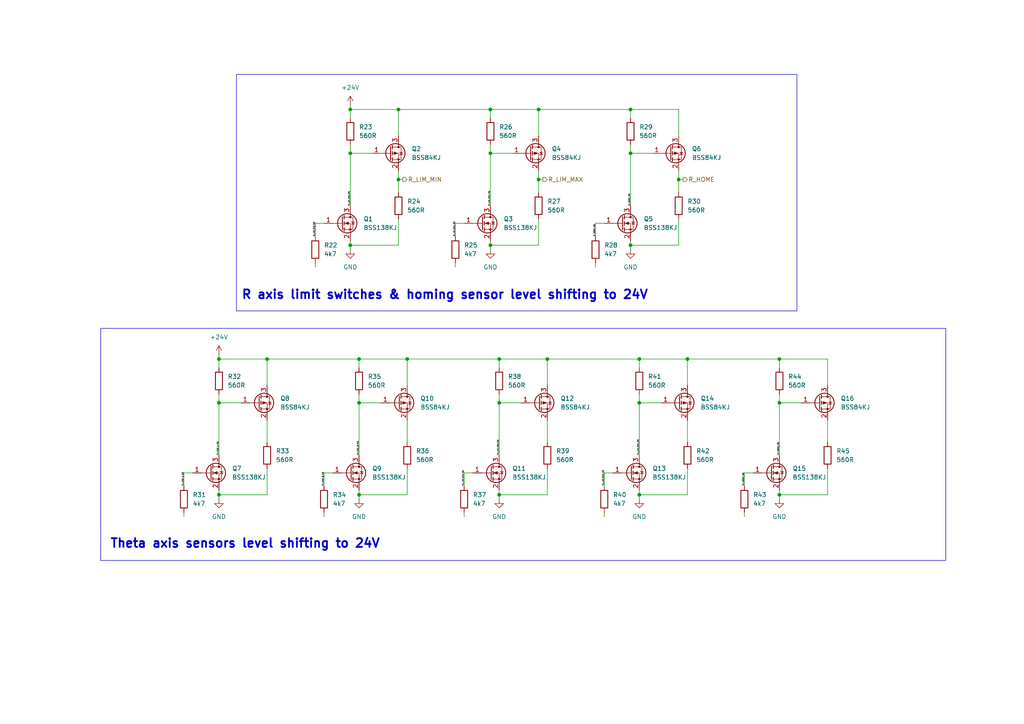
<source format=kicad_sch>
(kicad_sch (version 20231120) (generator "eeschema") (generator_version "8.0")
  (paper "A4")
  (title_block (title "Karcsi (INDACT Robot Arm) - Aux. Control Board 3") (date "2024-05-09") (rev "1.0") (company "LEGO Kör (legokor.hu)") (comment 1 "Designed by Panka Horváth, Gergely Halász, Máté Kovács") (comment 2 "Reviewed by Máté Kovács, "))
  (lib_symbols
    (symbol "Device:R" (pin_numbers hide) (pin_names (offset 0))
      (property "Reference" "R" (at 2.032 0 90))
      (property "Value" "R" (at 0 0 90))
      (symbol "R_0_1"
        (rectangle (start -1.016 -2.54) (end 1.016 2.54) (stroke (width 0.254)))
      )
      (symbol "R_1_1"
        (pin passive line (at 0 3.81 270) (length 1.27) (name "~") (number "1"))
        (pin passive line (at 0 -3.81 90) (length 1.27) (name "~") (number "2"))
      )
    )
    (symbol "Transistor_FET:BSS138" (pin_names hide)
      (property "Reference" "Q" (at 5.08 1.905 0))
      (property "Value" "BSS138" (at 5.08 0 0))
      (symbol "BSS138_0_1"
        (polyline (pts (xy 0.254 0) (xy -2.54 0)))
        (polyline (pts (xy 0.254 1.905) (xy 0.254 -1.905)) (stroke (width 0.254)))
        (polyline (pts (xy 0.762 -1.27) (xy 0.762 -2.286)) (stroke (width 0.254)))
        (polyline (pts (xy 0.762 0.508) (xy 0.762 -0.508)) (stroke (width 0.254)))
        (polyline (pts (xy 0.762 2.286) (xy 0.762 1.27)) (stroke (width 0.254)))
        (polyline (pts (xy 2.54 2.54) (xy 2.54 1.778)))
        (polyline (pts (xy 2.54 -2.54) (xy 2.54 0) (xy 0.762 0)))
        (polyline (pts (xy 0.762 -1.778) (xy 3.302 -1.778) (xy 3.302 1.778) (xy 0.762 1.778)))
        (polyline (pts (xy 1.016 0) (xy 2.032 0.381) (xy 2.032 -0.381) (xy 1.016 0)) (fill (type outline)))
        (polyline (pts (xy 2.794 0.508) (xy 2.921 0.381) (xy 3.683 0.381) (xy 3.81 0.254)))
        (polyline (pts (xy 3.302 0.381) (xy 2.921 -0.254) (xy 3.683 -0.254) (xy 3.302 0.381)))
        (circle (center 1.651 0) (radius 2.794) (stroke (width 0.254)))
        (circle (center 2.54 -1.778) (radius 0.254) (fill (type outline)))
        (circle (center 2.54 1.778) (radius 0.254) (fill (type outline)))
      )
      (symbol "BSS138_1_1"
        (pin input line (at -5.08 0 0) (length 2.54) (name "G") (number "1"))
        (pin passive line (at 2.54 -5.08 90) (length 2.54) (name "S") (number "2"))
        (pin passive line (at 2.54 5.08 270) (length 2.54) (name "D") (number "3"))
      )
    )
    (symbol "Transistor_FET:BSS84" (pin_names hide)
      (property "Reference" "Q" (at 5.08 1.905 0))
      (property "Value" "BSS84" (at 5.08 0 0))
      (symbol "BSS84_0_1"
        (polyline (pts (xy 0.254 0) (xy -2.54 0)))
        (polyline (pts (xy 0.254 1.905) (xy 0.254 -1.905)) (stroke (width 0.254)))
        (polyline (pts (xy 0.762 -1.27) (xy 0.762 -2.286)) (stroke (width 0.254)))
        (polyline (pts (xy 0.762 0.508) (xy 0.762 -0.508)) (stroke (width 0.254)))
        (polyline (pts (xy 0.762 2.286) (xy 0.762 1.27)) (stroke (width 0.254)))
        (polyline (pts (xy 2.54 2.54) (xy 2.54 1.778)))
        (polyline (pts (xy 2.54 -2.54) (xy 2.54 0) (xy 0.762 0)))
        (polyline (pts (xy 0.762 1.778) (xy 3.302 1.778) (xy 3.302 -1.778) (xy 0.762 -1.778)))
        (polyline (pts (xy 2.286 0) (xy 1.27 0.381) (xy 1.27 -0.381) (xy 2.286 0)) (fill (type outline)))
        (polyline (pts (xy 2.794 -0.508) (xy 2.921 -0.381) (xy 3.683 -0.381) (xy 3.81 -0.254)))
        (polyline (pts (xy 3.302 -0.381) (xy 2.921 0.254) (xy 3.683 0.254) (xy 3.302 -0.381)))
        (circle (center 1.651 0) (radius 2.794) (stroke (width 0.254)))
        (circle (center 2.54 -1.778) (radius 0.254) (fill (type outline)))
        (circle (center 2.54 1.778) (radius 0.254) (fill (type outline)))
      )
      (symbol "BSS84_1_1"
        (pin input line (at -5.08 0 0) (length 2.54) (name "G") (number "1"))
        (pin passive line (at 2.54 -5.08 90) (length 2.54) (name "S") (number "2"))
        (pin passive line (at 2.54 5.08 270) (length 2.54) (name "D") (number "3"))
      )
    )
    (symbol "power:+24V" (power) (pin_numbers hide) (pin_names (offset 0) hide)
      (property "Value" "+24V" (at 0 3.556 0))
      (symbol "+24V_0_1"
        (polyline (pts (xy -0.762 1.27) (xy 0 2.54)))
        (polyline (pts (xy 0 0) (xy 0 2.54)))
        (polyline (pts (xy 0 2.54) (xy 0.762 1.27)))
      )
      (symbol "+24V_1_1"
        (pin power_in line (at 0 0 90) (length 0) (name "~") (number "1"))
      )
    )
    (symbol "power:GND" (power) (pin_numbers hide) (pin_names (offset 0) hide)
      (property "Value" "GND" (at 0 -3.81 0))
      (symbol "GND_0_1"
        (polyline (pts (xy 0 0) (xy 0 -1.27) (xy 1.27 -1.27) (xy 0 -2.54) (xy -1.27 -1.27) (xy 0 -1.27)))
      )
      (symbol "GND_1_1"
        (pin power_in line (at 0 0 270) (length 0) (name "~") (number "1"))
      )
    )
  )
  (junction (at 104.14 104.14))
  (junction (at 115.57 31.75))
  (junction (at 144.78 116.84))
  (junction (at 185.42 116.84))
  (junction (at 142.24 44.45))
  (junction (at 104.14 143.51))
  (junction (at 185.42 143.51))
  (junction (at 104.14 116.84))
  (junction (at 101.6 44.45))
  (junction (at 196.85 52.07))
  (junction (at 63.5 104.14))
  (junction (at 182.88 31.75))
  (junction (at 226.06 116.84))
  (junction (at 77.47 104.14))
  (junction (at 144.78 104.14))
  (junction (at 156.21 52.07))
  (junction (at 115.57 52.07))
  (junction (at 185.42 104.14))
  (junction (at 182.88 44.45))
  (junction (at 63.5 116.84))
  (junction (at 156.21 31.75))
  (junction (at 144.78 143.51))
  (junction (at 226.06 143.51))
  (junction (at 101.6 31.75))
  (junction (at 142.24 31.75))
  (junction (at 101.6 71.12))
  (junction (at 199.39 104.14))
  (junction (at 142.24 71.12))
  (junction (at 182.88 71.12))
  (junction (at 63.5 143.51))
  (junction (at 226.06 104.14))
  (junction (at 118.11 104.14))
  (junction (at 158.75 104.14))
  (wire (pts (xy 240.03 143.51) (xy 226.06 143.51)))
  (wire (pts (xy 77.47 104.14) (xy 77.47 111.76)))
  (wire (pts (xy 118.11 104.14) (xy 118.11 111.76)))
  (wire (pts (xy 156.21 31.75) (xy 156.21 39.37)))
  (wire (pts (xy 104.14 143.51) (xy 104.14 144.78)))
  (wire (pts (xy 101.6 31.75) (xy 101.6 34.29)))
  (wire (pts (xy 101.6 41.91) (xy 101.6 44.45)))
  (wire (pts (xy 115.57 52.07) (xy 116.84 52.07)))
  (wire (pts (xy 199.39 104.14) (xy 199.39 111.76)))
  (wire (pts (xy 144.78 116.84) (xy 151.13 116.84)))
  (wire (pts (xy 226.06 116.84) (xy 226.06 132.08)))
  (wire (pts (xy 215.9 137.16) (xy 218.44 137.16)))
  (wire (pts (xy 240.03 104.14) (xy 240.03 111.76)))
  (wire (pts (xy 156.21 49.53) (xy 156.21 52.07)))
  (wire (pts (xy 77.47 135.89) (xy 77.47 143.51)))
  (wire (pts (xy 63.5 143.51) (xy 63.5 144.78)))
  (wire (pts (xy 182.88 71.12) (xy 182.88 72.39)))
  (wire (pts (xy 134.62 137.16) (xy 134.62 140.97)))
  (wire (pts (xy 182.88 41.91) (xy 182.88 44.45)))
  (wire (pts (xy 226.06 104.14) (xy 226.06 106.68)))
  (wire (pts (xy 158.75 135.89) (xy 158.75 143.51)))
  (wire (pts (xy 172.72 76.2) (xy 172.72 77.47)))
  (wire (pts (xy 93.98 148.59) (xy 93.98 149.86)))
  (wire (pts (xy 215.9 137.16) (xy 215.9 140.97)))
  (wire (pts (xy 142.24 71.12) (xy 142.24 72.39)))
  (wire (pts (xy 118.11 143.51) (xy 104.14 143.51)))
  (wire (pts (xy 115.57 31.75) (xy 115.57 39.37)))
  (wire (pts (xy 226.06 104.14) (xy 240.03 104.14)))
  (wire (pts (xy 172.72 64.77) (xy 172.72 68.58)))
  (wire (pts (xy 144.78 104.14) (xy 144.78 106.68)))
  (wire (pts (xy 175.26 137.16) (xy 175.26 140.97)))
  (wire (pts (xy 63.5 102.87) (xy 63.5 104.14)))
  (wire (pts (xy 104.14 142.24) (xy 104.14 143.51)))
  (wire (pts (xy 115.57 52.07) (xy 115.57 55.88)))
  (wire (pts (xy 118.11 135.89) (xy 118.11 143.51)))
  (wire (pts (xy 185.42 142.24) (xy 185.42 143.51)))
  (wire (pts (xy 185.42 116.84) (xy 191.77 116.84)))
  (wire (pts (xy 199.39 104.14) (xy 226.06 104.14)))
  (wire (pts (xy 196.85 71.12) (xy 182.88 71.12)))
  (wire (pts (xy 91.44 76.2) (xy 91.44 77.47)))
  (wire (pts (xy 185.42 104.14) (xy 199.39 104.14)))
  (wire (pts (xy 175.26 148.59) (xy 175.26 149.86)))
  (wire (pts (xy 132.08 64.77) (xy 132.08 68.58)))
  (wire (pts (xy 63.5 104.14) (xy 77.47 104.14)))
  (wire (pts (xy 118.11 104.14) (xy 144.78 104.14)))
  (wire (pts (xy 144.78 114.3) (xy 144.78 116.84)))
  (wire (pts (xy 53.34 148.59) (xy 53.34 149.86)))
  (wire (pts (xy 226.06 143.51) (xy 226.06 144.78)))
  (wire (pts (xy 91.44 64.77) (xy 91.44 68.58)))
  (wire (pts (xy 196.85 63.5) (xy 196.85 71.12)))
  (wire (pts (xy 142.24 44.45) (xy 148.59 44.45)))
  (wire (pts (xy 53.34 137.16) (xy 55.88 137.16)))
  (wire (pts (xy 199.39 143.51) (xy 185.42 143.51)))
  (wire (pts (xy 185.42 104.14) (xy 185.42 106.68)))
  (wire (pts (xy 185.42 114.3) (xy 185.42 116.84)))
  (wire (pts (xy 196.85 52.07) (xy 198.12 52.07)))
  (wire (pts (xy 172.72 64.77) (xy 175.26 64.77)))
  (wire (pts (xy 156.21 52.07) (xy 157.48 52.07)))
  (wire (pts (xy 142.24 41.91) (xy 142.24 44.45)))
  (wire (pts (xy 104.14 104.14) (xy 104.14 106.68)))
  (wire (pts (xy 93.98 137.16) (xy 93.98 140.97)))
  (wire (pts (xy 101.6 31.75) (xy 115.57 31.75)))
  (wire (pts (xy 156.21 71.12) (xy 142.24 71.12)))
  (wire (pts (xy 63.5 114.3) (xy 63.5 116.84)))
  (wire (pts (xy 134.62 137.16) (xy 137.16 137.16)))
  (wire (pts (xy 182.88 44.45) (xy 182.88 59.69)))
  (wire (pts (xy 134.62 148.59) (xy 134.62 149.86)))
  (wire (pts (xy 77.47 104.14) (xy 104.14 104.14)))
  (wire (pts (xy 77.47 143.51) (xy 63.5 143.51)))
  (wire (pts (xy 63.5 116.84) (xy 63.5 132.08)))
  (wire (pts (xy 101.6 44.45) (xy 101.6 59.69)))
  (wire (pts (xy 104.14 116.84) (xy 110.49 116.84)))
  (wire (pts (xy 101.6 44.45) (xy 107.95 44.45)))
  (wire (pts (xy 158.75 104.14) (xy 158.75 111.76)))
  (wire (pts (xy 142.24 31.75) (xy 142.24 34.29)))
  (wire (pts (xy 142.24 44.45) (xy 142.24 59.69)))
  (wire (pts (xy 132.08 76.2) (xy 132.08 77.47)))
  (wire (pts (xy 175.26 137.16) (xy 177.8 137.16)))
  (wire (pts (xy 63.5 116.84) (xy 69.85 116.84)))
  (wire (pts (xy 182.88 44.45) (xy 189.23 44.45)))
  (wire (pts (xy 144.78 104.14) (xy 158.75 104.14)))
  (wire (pts (xy 226.06 116.84) (xy 232.41 116.84)))
  (wire (pts (xy 158.75 143.51) (xy 144.78 143.51)))
  (wire (pts (xy 91.44 64.77) (xy 93.98 64.77)))
  (wire (pts (xy 53.34 137.16) (xy 53.34 140.97)))
  (wire (pts (xy 63.5 104.14) (xy 63.5 106.68)))
  (wire (pts (xy 196.85 49.53) (xy 196.85 52.07)))
  (wire (pts (xy 118.11 121.92) (xy 118.11 128.27)))
  (wire (pts (xy 185.42 116.84) (xy 185.42 132.08)))
  (wire (pts (xy 144.78 116.84) (xy 144.78 132.08)))
  (wire (pts (xy 104.14 116.84) (xy 104.14 132.08)))
  (wire (pts (xy 115.57 71.12) (xy 101.6 71.12)))
  (wire (pts (xy 142.24 31.75) (xy 156.21 31.75)))
  (wire (pts (xy 142.24 69.85) (xy 142.24 71.12)))
  (wire (pts (xy 199.39 135.89) (xy 199.39 143.51)))
  (wire (pts (xy 115.57 63.5) (xy 115.57 71.12)))
  (wire (pts (xy 226.06 114.3) (xy 226.06 116.84)))
  (wire (pts (xy 104.14 104.14) (xy 118.11 104.14)))
  (wire (pts (xy 101.6 69.85) (xy 101.6 71.12)))
  (wire (pts (xy 158.75 121.92) (xy 158.75 128.27)))
  (wire (pts (xy 144.78 143.51) (xy 144.78 144.78)))
  (wire (pts (xy 156.21 31.75) (xy 182.88 31.75)))
  (wire (pts (xy 240.03 135.89) (xy 240.03 143.51)))
  (wire (pts (xy 199.39 121.92) (xy 199.39 128.27)))
  (wire (pts (xy 93.98 137.16) (xy 96.52 137.16)))
  (wire (pts (xy 185.42 143.51) (xy 185.42 144.78)))
  (wire (pts (xy 63.5 142.24) (xy 63.5 143.51)))
  (wire (pts (xy 182.88 69.85) (xy 182.88 71.12)))
  (wire (pts (xy 77.47 121.92) (xy 77.47 128.27)))
  (wire (pts (xy 196.85 31.75) (xy 196.85 39.37)))
  (wire (pts (xy 196.85 52.07) (xy 196.85 55.88)))
  (wire (pts (xy 115.57 49.53) (xy 115.57 52.07)))
  (wire (pts (xy 182.88 31.75) (xy 182.88 34.29)))
  (wire (pts (xy 226.06 142.24) (xy 226.06 143.51)))
  (wire (pts (xy 144.78 142.24) (xy 144.78 143.51)))
  (wire (pts (xy 240.03 121.92) (xy 240.03 128.27)))
  (wire (pts (xy 132.08 64.77) (xy 134.62 64.77)))
  (wire (pts (xy 156.21 52.07) (xy 156.21 55.88)))
  (wire (pts (xy 104.14 114.3) (xy 104.14 116.84)))
  (wire (pts (xy 101.6 71.12) (xy 101.6 72.39)))
  (wire (pts (xy 101.6 30.48) (xy 101.6 31.75)))
  (wire (pts (xy 215.9 148.59) (xy 215.9 149.86)))
  (wire (pts (xy 158.75 104.14) (xy 185.42 104.14)))
  (wire (pts (xy 115.57 31.75) (xy 142.24 31.75)))
  (wire (pts (xy 182.88 31.75) (xy 196.85 31.75)))
  (wire (pts (xy 156.21 63.5) (xy 156.21 71.12)))
  (rectangle (start 68.58 21.59) (end 231.14 90.17))
  (rectangle (start 29.21 95.25) (end 274.32 162.56))
  (text "R axis limit switches & homing sensor level shifting to 24V" (at 129.032 85.598 0) (effects (font (size 2.54 2.54) (thickness 0.508) (bold yes))))
  (text "Theta axis sensors level shifting to 24V" (at 71.12 157.734 0) (effects (font (size 2.54 2.54) (thickness 0.508) (bold yes))))
  (label "R_LIM_MAX_PG" (at 142.24 59.69 90) (effects (font (size 0.4 0.4))))
  (label "R_LIM_MAX_NG" (at 132.08 68.58 90) (effects (font (size 0.4 0.4))))
  (label "R_HOME_NG" (at 172.72 68.58 90) (effects (font (size 0.4 0.4))))
  (label "R_HOME_PG" (at 182.88 59.69 90) (effects (font (size 0.4 0.4))))
  (label "TN_ENC_B_PG" (at 104.14 132.08 90) (effects (font (size 0.4 0.4))))
  (label "TH_LIM_MIN_PG" (at 144.78 132.08 90) (effects (font (size 0.4 0.4))))
  (label "TH_ENC_A_NG" (at 53.34 140.97 90) (effects (font (size 0.4 0.4))))
  (label "TH_LIM_MIN_NG" (at 134.62 140.97 90) (effects (font (size 0.4 0.4))))
  (label "R_LIM_MIN_NG" (at 91.44 68.58 90) (effects (font (size 0.4 0.4))))
  (label "TH_HOME_NG" (at 215.9 140.97 90) (effects (font (size 0.4 0.4))))
  (label "R_LIM_MIN_PG" (at 101.6 59.69 90) (effects (font (size 0.4 0.4))))
  (label "TH_ENC_B_NG" (at 93.98 140.97 90) (effects (font (size 0.4 0.4))))
  (label "TH_LIM_MAX_NG" (at 175.26 140.97 90) (effects (font (size 0.4 0.4))))
  (label "TH_ENC_A_PG" (at 63.5 132.08 90) (effects (font (size 0.4 0.4))))
  (label "TH_HOME_PG" (at 226.06 132.08 90) (effects (font (size 0.4 0.4))))
  (label "TH_LIM_MAX_PG" (at 185.42 132.08 90) (effects (font (size 0.4 0.4))))
  (hierarchical_label "R_LIM_MIN" (shape output) (at 116.84 52.07 0))
  (hierarchical_label "R_HOME" (shape output) (at 198.12 52.07 0))
  (hierarchical_label "R_LIM_MAX" (shape output) (at 157.48 52.07 0))
  (symbol (lib_id "Device:R") (at 132.08 72.39 0) (unit 1)
    (property "Reference" "R25" (at 134.62 71.1199 0) (effects (justify left)))
    (property "Value" "4k7" (at 134.62 73.6599 0) (effects (justify left)))
    (property "Footprint" "Resistor_SMD:R_0805_2012Metric_Pad1.20x1.40mm_HandSolder" (effects (hide yes)))
    (property "Description" "Resistor" (effects (hide yes)))
    (property "Supplier" "Lomex" (effects (hide yes)))
    (property "Supplier item no" "81-10-95" (effects (hide yes)))
    (property "Sourced" "1" (effects (hide yes)))
  )
  (symbol (lib_id "Device:R") (at 53.34 144.78 0) (unit 1)
    (property "Reference" "R31" (at 55.88 143.5099 0) (effects (justify left)))
    (property "Value" "4k7" (at 55.88 146.0499 0) (effects (justify left)))
    (property "Footprint" "Resistor_SMD:R_0805_2012Metric_Pad1.20x1.40mm_HandSolder" (effects (hide yes)))
    (property "Description" "Resistor" (effects (hide yes)))
    (property "Supplier" "Lomex" (effects (hide yes)))
    (property "Supplier item no" "81-10-95" (effects (hide yes)))
    (property "Sourced" "1" (effects (hide yes)))
  )
  (symbol (lib_id "Transistor_FET:BSS84") (at 74.93 116.84 0) (unit 1)
    (property "Reference" "Q8" (at 81.28 115.5699 0) (effects (justify left)))
    (property "Value" "BSS84KJ" (at 81.28 118.1099 0) (effects (justify left)))
    (property "Footprint" "Package_TO_SOT_SMD:SOT-23" (effects (hide yes)))
    (property "Datasheet" "https://lomex.hu/pdf/yet/(yet)_bss84kj.pdf" (effects (hide yes)))
    (property "Description" "-0.13A Id, -50V Vds, P-Channel MOSFET, SOT-23" (effects (hide yes)))
    (property "Sourced" "0" (effects (hide yes)))
    (property "Supplier" "Lomex" (effects (hide yes)))
    (property "Supplier URL" "https://lomex.hu/hu/webshop/#page,0/search,86-07-17/stype,1" (effects (hide yes)))
    (property "Supplier item no" "86-07-17" (effects (hide yes)))
  )
  (symbol (lib_id "Device:R") (at 134.62 144.78 0) (unit 1)
    (property "Reference" "R37" (at 137.16 143.5099 0) (effects (justify left)))
    (property "Value" "4k7" (at 137.16 146.0499 0) (effects (justify left)))
    (property "Footprint" "Resistor_SMD:R_0805_2012Metric_Pad1.20x1.40mm_HandSolder" (effects (hide yes)))
    (property "Description" "Resistor" (effects (hide yes)))
    (property "Supplier" "Lomex" (effects (hide yes)))
    (property "Supplier item no" "81-10-95" (effects (hide yes)))
    (property "Sourced" "1" (effects (hide yes)))
  )
  (symbol (lib_id "Device:R") (at 115.57 59.69 0) (unit 1)
    (property "Reference" "R24" (at 118.11 58.4199 0) (effects (justify left)))
    (property "Value" "560R" (at 118.11 60.9599 0) (effects (justify left)))
    (property "Footprint" "Resistor_SMD:R_0805_2012Metric_Pad1.20x1.40mm_HandSolder" (effects (hide yes)))
    (property "Description" "Resistor" (effects (hide yes)))
    (property "Supplier" "Lomex" (effects (hide yes)))
    (property "Supplier item no" "81-10-84" (effects (hide yes)))
    (property "Sourced" "1" (effects (hide yes)))
  )
  (symbol (lib_id "power:GND") (at 144.78 144.78 0) (unit 1)
    (property "Reference" "#PWR024" (effects (hide yes)))
    (property "Value" "GND" (at 144.78 149.86 0))
    (property "Description" "Power symbol creates a global label with name \"GND\" , ground" (effects (hide yes)))
  )
  (symbol (lib_id "Transistor_FET:BSS84") (at 237.49 116.84 0) (unit 1)
    (property "Reference" "Q16" (at 243.84 115.5699 0) (effects (justify left)))
    (property "Value" "BSS84KJ" (at 243.84 118.1099 0) (effects (justify left)))
    (property "Footprint" "Package_TO_SOT_SMD:SOT-23" (effects (hide yes)))
    (property "Datasheet" "https://lomex.hu/pdf/yet/(yet)_bss84kj.pdf" (effects (hide yes)))
    (property "Description" "-0.13A Id, -50V Vds, P-Channel MOSFET, SOT-23" (effects (hide yes)))
    (property "Sourced" "0" (effects (hide yes)))
    (property "Supplier" "Lomex" (effects (hide yes)))
    (property "Supplier URL" "https://lomex.hu/hu/webshop/#page,0/search,86-07-17/stype,1" (effects (hide yes)))
    (property "Supplier item no" "86-07-17" (effects (hide yes)))
  )
  (symbol (lib_id "Device:R") (at 77.47 132.08 0) (unit 1)
    (property "Reference" "R33" (at 80.01 130.8099 0) (effects (justify left)))
    (property "Value" "560R" (at 80.01 133.3499 0) (effects (justify left)))
    (property "Footprint" "Resistor_SMD:R_0805_2012Metric_Pad1.20x1.40mm_HandSolder" (effects (hide yes)))
    (property "Description" "Resistor" (effects (hide yes)))
    (property "Supplier" "Lomex" (effects (hide yes)))
    (property "Supplier item no" "81-10-84" (effects (hide yes)))
    (property "Sourced" "1" (effects (hide yes)))
  )
  (symbol (lib_id "Device:R") (at 104.14 110.49 0) (unit 1)
    (property "Reference" "R35" (at 106.68 109.2199 0) (effects (justify left)))
    (property "Value" "560R" (at 106.68 111.7599 0) (effects (justify left)))
    (property "Footprint" "Resistor_SMD:R_0805_2012Metric_Pad1.20x1.40mm_HandSolder" (effects (hide yes)))
    (property "Description" "Resistor" (effects (hide yes)))
    (property "Supplier" "Lomex" (effects (hide yes)))
    (property "Supplier item no" "81-10-84" (effects (hide yes)))
    (property "Sourced" "1" (effects (hide yes)))
  )
  (symbol (lib_id "Transistor_FET:BSS138") (at 99.06 64.77 0) (unit 1)
    (property "Reference" "Q1" (at 105.41 63.4999 0) (effects (justify left)))
    (property "Value" "BSS138KJ" (at 105.41 66.0399 0) (effects (justify left)))
    (property "Footprint" "Package_TO_SOT_SMD:SOT-23" (effects (hide yes)))
    (property "Datasheet" "https://lomex.hu/pdf/yet/(yet)_bss138kj.pdf" (effects (hide yes)))
    (property "Description" "50V Vds, 0.22A Id, N-Channel MOSFET, SOT-23" (effects (hide yes)))
    (property "Supplier" "Lomex" (effects (hide yes)))
    (property "Supplier URL" "https://lomex.hu/hu/webshop/#page,0/search,86-07-11/stype,1" (effects (hide yes)))
    (property "Supplier item no" "86-07-11" (effects (hide yes)))
    (property "Sourced" "1" (effects (hide yes)))
  )
  (symbol (lib_id "Device:R") (at 118.11 132.08 0) (unit 1)
    (property "Reference" "R36" (at 120.65 130.8099 0) (effects (justify left)))
    (property "Value" "560R" (at 120.65 133.3499 0) (effects (justify left)))
    (property "Footprint" "Resistor_SMD:R_0805_2012Metric_Pad1.20x1.40mm_HandSolder" (effects (hide yes)))
    (property "Description" "Resistor" (effects (hide yes)))
    (property "Supplier" "Lomex" (effects (hide yes)))
    (property "Supplier item no" "81-10-84" (effects (hide yes)))
    (property "Sourced" "1" (effects (hide yes)))
  )
  (symbol (lib_id "power:GND") (at 142.24 72.39 0) (unit 1)
    (property "Reference" "#PWR019" (effects (hide yes)))
    (property "Value" "GND" (at 142.24 77.47 0))
    (property "Description" "Power symbol creates a global label with name \"GND\" , ground" (effects (hide yes)))
  )
  (symbol (lib_id "Transistor_FET:BSS138") (at 60.96 137.16 0) (unit 1)
    (property "Reference" "Q7" (at 67.31 135.8899 0) (effects (justify left)))
    (property "Value" "BSS138KJ" (at 67.31 138.4299 0) (effects (justify left)))
    (property "Footprint" "Package_TO_SOT_SMD:SOT-23" (effects (hide yes)))
    (property "Datasheet" "https://lomex.hu/pdf/yet/(yet)_bss138kj.pdf" (effects (hide yes)))
    (property "Description" "50V Vds, 0.22A Id, N-Channel MOSFET, SOT-23" (effects (hide yes)))
    (property "Supplier" "Lomex" (effects (hide yes)))
    (property "Supplier URL" "https://lomex.hu/hu/webshop/#page,0/search,86-07-11/stype,1" (effects (hide yes)))
    (property "Supplier item no" "86-07-11" (effects (hide yes)))
    (property "Sourced" "1" (effects (hide yes)))
  )
  (symbol (lib_id "Device:R") (at 158.75 132.08 0) (unit 1)
    (property "Reference" "R39" (at 161.29 130.8099 0) (effects (justify left)))
    (property "Value" "560R" (at 161.29 133.3499 0) (effects (justify left)))
    (property "Footprint" "Resistor_SMD:R_0805_2012Metric_Pad1.20x1.40mm_HandSolder" (effects (hide yes)))
    (property "Description" "Resistor" (effects (hide yes)))
    (property "Supplier" "Lomex" (effects (hide yes)))
    (property "Supplier item no" "81-10-84" (effects (hide yes)))
    (property "Sourced" "1" (effects (hide yes)))
  )
  (symbol (lib_id "Device:R") (at 175.26 144.78 0) (unit 1)
    (property "Reference" "R40" (at 177.8 143.5099 0) (effects (justify left)))
    (property "Value" "4k7" (at 177.8 146.0499 0) (effects (justify left)))
    (property "Footprint" "Resistor_SMD:R_0805_2012Metric_Pad1.20x1.40mm_HandSolder" (effects (hide yes)))
    (property "Description" "Resistor" (effects (hide yes)))
    (property "Supplier" "Lomex" (effects (hide yes)))
    (property "Supplier item no" "81-10-95" (effects (hide yes)))
    (property "Sourced" "1" (effects (hide yes)))
  )
  (symbol (lib_id "power:GND") (at 63.5 144.78 0) (unit 1)
    (property "Reference" "#PWR022" (effects (hide yes)))
    (property "Value" "GND" (at 63.5 149.86 0))
    (property "Description" "Power symbol creates a global label with name \"GND\" , ground" (effects (hide yes)))
  )
  (symbol (lib_id "Transistor_FET:BSS138") (at 142.24 137.16 0) (unit 1)
    (property "Reference" "Q11" (at 148.59 135.8899 0) (effects (justify left)))
    (property "Value" "BSS138KJ" (at 148.59 138.4299 0) (effects (justify left)))
    (property "Footprint" "Package_TO_SOT_SMD:SOT-23" (effects (hide yes)))
    (property "Datasheet" "https://lomex.hu/pdf/yet/(yet)_bss138kj.pdf" (effects (hide yes)))
    (property "Description" "50V Vds, 0.22A Id, N-Channel MOSFET, SOT-23" (effects (hide yes)))
    (property "Supplier" "Lomex" (effects (hide yes)))
    (property "Supplier URL" "https://lomex.hu/hu/webshop/#page,0/search,86-07-11/stype,1" (effects (hide yes)))
    (property "Supplier item no" "86-07-11" (effects (hide yes)))
    (property "Sourced" "1" (effects (hide yes)))
  )
  (symbol (lib_id "Device:R") (at 156.21 59.69 0) (unit 1)
    (property "Reference" "R27" (at 158.75 58.4199 0) (effects (justify left)))
    (property "Value" "560R" (at 158.75 60.9599 0) (effects (justify left)))
    (property "Footprint" "Resistor_SMD:R_0805_2012Metric_Pad1.20x1.40mm_HandSolder" (effects (hide yes)))
    (property "Description" "Resistor" (effects (hide yes)))
    (property "Supplier" "Lomex" (effects (hide yes)))
    (property "Supplier item no" "81-10-84" (effects (hide yes)))
    (property "Sourced" "1" (effects (hide yes)))
  )
  (symbol (lib_id "Transistor_FET:BSS138") (at 180.34 64.77 0) (unit 1)
    (property "Reference" "Q5" (at 186.69 63.4999 0) (effects (justify left)))
    (property "Value" "BSS138KJ" (at 186.69 66.0399 0) (effects (justify left)))
    (property "Footprint" "Package_TO_SOT_SMD:SOT-23" (effects (hide yes)))
    (property "Datasheet" "https://lomex.hu/pdf/yet/(yet)_bss138kj.pdf" (effects (hide yes)))
    (property "Description" "50V Vds, 0.22A Id, N-Channel MOSFET, SOT-23" (effects (hide yes)))
    (property "Supplier" "Lomex" (effects (hide yes)))
    (property "Supplier URL" "https://lomex.hu/hu/webshop/#page,0/search,86-07-11/stype,1" (effects (hide yes)))
    (property "Supplier item no" "86-07-11" (effects (hide yes)))
    (property "Sourced" "1" (effects (hide yes)))
  )
  (symbol (lib_id "Device:R") (at 226.06 110.49 0) (unit 1)
    (property "Reference" "R44" (at 228.6 109.2199 0) (effects (justify left)))
    (property "Value" "560R" (at 228.6 111.7599 0) (effects (justify left)))
    (property "Footprint" "Resistor_SMD:R_0805_2012Metric_Pad1.20x1.40mm_HandSolder" (effects (hide yes)))
    (property "Description" "Resistor" (effects (hide yes)))
    (property "Supplier" "Lomex" (effects (hide yes)))
    (property "Supplier item no" "81-10-84" (effects (hide yes)))
    (property "Sourced" "1" (effects (hide yes)))
  )
  (symbol (lib_id "power:GND") (at 104.14 144.78 0) (unit 1)
    (property "Reference" "#PWR023" (effects (hide yes)))
    (property "Value" "GND" (at 104.14 149.86 0))
    (property "Description" "Power symbol creates a global label with name \"GND\" , ground" (effects (hide yes)))
  )
  (symbol (lib_id "power:GND") (at 185.42 144.78 0) (unit 1)
    (property "Reference" "#PWR025" (effects (hide yes)))
    (property "Value" "GND" (at 185.42 149.86 0))
    (property "Description" "Power symbol creates a global label with name \"GND\" , ground" (effects (hide yes)))
  )
  (symbol (lib_id "Device:R") (at 185.42 110.49 0) (unit 1)
    (property "Reference" "R41" (at 187.96 109.2199 0) (effects (justify left)))
    (property "Value" "560R" (at 187.96 111.7599 0) (effects (justify left)))
    (property "Footprint" "Resistor_SMD:R_0805_2012Metric_Pad1.20x1.40mm_HandSolder" (effects (hide yes)))
    (property "Description" "Resistor" (effects (hide yes)))
    (property "Supplier" "Lomex" (effects (hide yes)))
    (property "Supplier item no" "81-10-84" (effects (hide yes)))
    (property "Sourced" "1" (effects (hide yes)))
  )
  (symbol (lib_id "Transistor_FET:BSS84") (at 113.03 44.45 0) (unit 1)
    (property "Reference" "Q2" (at 119.38 43.1799 0) (effects (justify left)))
    (property "Value" "BSS84KJ" (at 119.38 45.7199 0) (effects (justify left)))
    (property "Footprint" "Package_TO_SOT_SMD:SOT-23" (effects (hide yes)))
    (property "Datasheet" "https://lomex.hu/pdf/yet/(yet)_bss84kj.pdf" (effects (hide yes)))
    (property "Description" "-0.13A Id, -50V Vds, P-Channel MOSFET, SOT-23" (effects (hide yes)))
    (property "Sourced" "0" (effects (hide yes)))
    (property "Supplier" "Lomex" (effects (hide yes)))
    (property "Supplier URL" "https://lomex.hu/hu/webshop/#page,0/search,86-07-17/stype,1" (effects (hide yes)))
    (property "Supplier item no" "86-07-17" (effects (hide yes)))
  )
  (symbol (lib_id "Transistor_FET:BSS138") (at 182.88 137.16 0) (unit 1)
    (property "Reference" "Q13" (at 189.23 135.8899 0) (effects (justify left)))
    (property "Value" "BSS138KJ" (at 189.23 138.4299 0) (effects (justify left)))
    (property "Footprint" "Package_TO_SOT_SMD:SOT-23" (effects (hide yes)))
    (property "Datasheet" "https://lomex.hu/pdf/yet/(yet)_bss138kj.pdf" (effects (hide yes)))
    (property "Description" "50V Vds, 0.22A Id, N-Channel MOSFET, SOT-23" (effects (hide yes)))
    (property "Supplier" "Lomex" (effects (hide yes)))
    (property "Supplier URL" "https://lomex.hu/hu/webshop/#page,0/search,86-07-11/stype,1" (effects (hide yes)))
    (property "Supplier item no" "86-07-11" (effects (hide yes)))
    (property "Sourced" "1" (effects (hide yes)))
  )
  (symbol (lib_id "power:GND") (at 182.88 72.39 0) (unit 1)
    (property "Reference" "#PWR020" (effects (hide yes)))
    (property "Value" "GND" (at 182.88 77.47 0))
    (property "Description" "Power symbol creates a global label with name \"GND\" , ground" (effects (hide yes)))
  )
  (symbol (lib_id "power:GND") (at 101.6 72.39 0) (unit 1)
    (property "Reference" "#PWR012" (effects (hide yes)))
    (property "Value" "GND" (at 101.6 77.47 0))
    (property "Description" "Power symbol creates a global label with name \"GND\" , ground" (effects (hide yes)))
  )
  (symbol (lib_id "Transistor_FET:BSS84") (at 194.31 44.45 0) (unit 1)
    (property "Reference" "Q6" (at 200.66 43.1799 0) (effects (justify left)))
    (property "Value" "BSS84KJ" (at 200.66 45.7199 0) (effects (justify left)))
    (property "Footprint" "Package_TO_SOT_SMD:SOT-23" (effects (hide yes)))
    (property "Datasheet" "https://lomex.hu/pdf/yet/(yet)_bss84kj.pdf" (effects (hide yes)))
    (property "Description" "-0.13A Id, -50V Vds, P-Channel MOSFET, SOT-23" (effects (hide yes)))
    (property "Sourced" "0" (effects (hide yes)))
    (property "Supplier" "Lomex" (effects (hide yes)))
    (property "Supplier URL" "https://lomex.hu/hu/webshop/#page,0/search,86-07-17/stype,1" (effects (hide yes)))
    (property "Supplier item no" "86-07-17" (effects (hide yes)))
  )
  (symbol (lib_id "Transistor_FET:BSS138") (at 139.7 64.77 0) (unit 1)
    (property "Reference" "Q3" (at 146.05 63.4999 0) (effects (justify left)))
    (property "Value" "BSS138KJ" (at 146.05 66.0399 0) (effects (justify left)))
    (property "Footprint" "Package_TO_SOT_SMD:SOT-23" (effects (hide yes)))
    (property "Datasheet" "https://lomex.hu/pdf/yet/(yet)_bss138kj.pdf" (effects (hide yes)))
    (property "Description" "50V Vds, 0.22A Id, N-Channel MOSFET, SOT-23" (effects (hide yes)))
    (property "Supplier" "Lomex" (effects (hide yes)))
    (property "Supplier URL" "https://lomex.hu/hu/webshop/#page,0/search,86-07-11/stype,1" (effects (hide yes)))
    (property "Supplier item no" "86-07-11" (effects (hide yes)))
    (property "Sourced" "1" (effects (hide yes)))
  )
  (symbol (lib_id "Transistor_FET:BSS138") (at 101.6 137.16 0) (unit 1)
    (property "Reference" "Q9" (at 107.95 135.8899 0) (effects (justify left)))
    (property "Value" "BSS138KJ" (at 107.95 138.4299 0) (effects (justify left)))
    (property "Footprint" "Package_TO_SOT_SMD:SOT-23" (effects (hide yes)))
    (property "Datasheet" "https://lomex.hu/pdf/yet/(yet)_bss138kj.pdf" (effects (hide yes)))
    (property "Description" "50V Vds, 0.22A Id, N-Channel MOSFET, SOT-23" (effects (hide yes)))
    (property "Supplier" "Lomex" (effects (hide yes)))
    (property "Supplier URL" "https://lomex.hu/hu/webshop/#page,0/search,86-07-11/stype,1" (effects (hide yes)))
    (property "Supplier item no" "86-07-11" (effects (hide yes)))
    (property "Sourced" "1" (effects (hide yes)))
  )
  (symbol (lib_id "power:+24V") (at 101.6 30.48 0) (unit 1)
    (property "Reference" "#PWR021" (effects (hide yes)))
    (property "Value" "+24V" (at 101.6 25.4 0))
    (property "Description" "Power symbol creates a global label with name \"+24V\"" (effects (hide yes)))
  )
  (symbol (lib_id "Transistor_FET:BSS84") (at 115.57 116.84 0) (unit 1)
    (property "Reference" "Q10" (at 121.92 115.5699 0) (effects (justify left)))
    (property "Value" "BSS84KJ" (at 121.92 118.1099 0) (effects (justify left)))
    (property "Footprint" "Package_TO_SOT_SMD:SOT-23" (effects (hide yes)))
    (property "Datasheet" "https://lomex.hu/pdf/yet/(yet)_bss84kj.pdf" (effects (hide yes)))
    (property "Description" "-0.13A Id, -50V Vds, P-Channel MOSFET, SOT-23" (effects (hide yes)))
    (property "Sourced" "0" (effects (hide yes)))
    (property "Supplier" "Lomex" (effects (hide yes)))
    (property "Supplier URL" "https://lomex.hu/hu/webshop/#page,0/search,86-07-17/stype,1" (effects (hide yes)))
    (property "Supplier item no" "86-07-17" (effects (hide yes)))
  )
  (symbol (lib_id "Device:R") (at 93.98 144.78 0) (unit 1)
    (property "Reference" "R34" (at 96.52 143.5099 0) (effects (justify left)))
    (property "Value" "4k7" (at 96.52 146.0499 0) (effects (justify left)))
    (property "Footprint" "Resistor_SMD:R_0805_2012Metric_Pad1.20x1.40mm_HandSolder" (effects (hide yes)))
    (property "Description" "Resistor" (effects (hide yes)))
    (property "Supplier" "Lomex" (effects (hide yes)))
    (property "Supplier item no" "81-10-95" (effects (hide yes)))
    (property "Sourced" "1" (effects (hide yes)))
  )
  (symbol (lib_id "Device:R") (at 142.24 38.1 0) (unit 1)
    (property "Reference" "R26" (at 144.78 36.8299 0) (effects (justify left)))
    (property "Value" "560R" (at 144.78 39.3699 0) (effects (justify left)))
    (property "Footprint" "Resistor_SMD:R_0805_2012Metric_Pad1.20x1.40mm_HandSolder" (effects (hide yes)))
    (property "Description" "Resistor" (effects (hide yes)))
    (property "Supplier" "Lomex" (effects (hide yes)))
    (property "Supplier item no" "81-10-84" (effects (hide yes)))
    (property "Sourced" "1" (effects (hide yes)))
  )
  (symbol (lib_id "Device:R") (at 196.85 59.69 0) (unit 1)
    (property "Reference" "R30" (at 199.39 58.4199 0) (effects (justify left)))
    (property "Value" "560R" (at 199.39 60.9599 0) (effects (justify left)))
    (property "Footprint" "Resistor_SMD:R_0805_2012Metric_Pad1.20x1.40mm_HandSolder" (effects (hide yes)))
    (property "Description" "Resistor" (effects (hide yes)))
    (property "Supplier" "Lomex" (effects (hide yes)))
    (property "Supplier item no" "81-10-84" (effects (hide yes)))
    (property "Sourced" "1" (effects (hide yes)))
  )
  (symbol (lib_id "Transistor_FET:BSS84") (at 156.21 116.84 0) (unit 1)
    (property "Reference" "Q12" (at 162.56 115.5699 0) (effects (justify left)))
    (property "Value" "BSS84KJ" (at 162.56 118.1099 0) (effects (justify left)))
    (property "Footprint" "Package_TO_SOT_SMD:SOT-23" (effects (hide yes)))
    (property "Datasheet" "https://lomex.hu/pdf/yet/(yet)_bss84kj.pdf" (effects (hide yes)))
    (property "Description" "-0.13A Id, -50V Vds, P-Channel MOSFET, SOT-23" (effects (hide yes)))
    (property "Sourced" "0" (effects (hide yes)))
    (property "Supplier" "Lomex" (effects (hide yes)))
    (property "Supplier URL" "https://lomex.hu/hu/webshop/#page,0/search,86-07-17/stype,1" (effects (hide yes)))
    (property "Supplier item no" "86-07-17" (effects (hide yes)))
  )
  (symbol (lib_id "Device:R") (at 215.9 144.78 0) (unit 1)
    (property "Reference" "R43" (at 218.44 143.5099 0) (effects (justify left)))
    (property "Value" "4k7" (at 218.44 146.0499 0) (effects (justify left)))
    (property "Footprint" "Resistor_SMD:R_0805_2012Metric_Pad1.20x1.40mm_HandSolder" (effects (hide yes)))
    (property "Description" "Resistor" (effects (hide yes)))
    (property "Supplier" "Lomex" (effects (hide yes)))
    (property "Supplier item no" "81-10-95" (effects (hide yes)))
    (property "Sourced" "1" (effects (hide yes)))
  )
  (symbol (lib_id "Transistor_FET:BSS138") (at 223.52 137.16 0) (unit 1)
    (property "Reference" "Q15" (at 229.87 135.8899 0) (effects (justify left)))
    (property "Value" "BSS138KJ" (at 229.87 138.4299 0) (effects (justify left)))
    (property "Footprint" "Package_TO_SOT_SMD:SOT-23" (effects (hide yes)))
    (property "Datasheet" "https://lomex.hu/pdf/yet/(yet)_bss138kj.pdf" (effects (hide yes)))
    (property "Description" "50V Vds, 0.22A Id, N-Channel MOSFET, SOT-23" (effects (hide yes)))
    (property "Supplier" "Lomex" (effects (hide yes)))
    (property "Supplier URL" "https://lomex.hu/hu/webshop/#page,0/search,86-07-11/stype,1" (effects (hide yes)))
    (property "Supplier item no" "86-07-11" (effects (hide yes)))
    (property "Sourced" "1" (effects (hide yes)))
  )
  (symbol (lib_id "power:+24V") (at 63.5 102.87 0) (unit 1)
    (property "Reference" "#PWR027" (effects (hide yes)))
    (property "Value" "+24V" (at 63.5 97.79 0))
    (property "Description" "Power symbol creates a global label with name \"+24V\"" (effects (hide yes)))
  )
  (symbol (lib_id "power:GND") (at 226.06 144.78 0) (unit 1)
    (property "Reference" "#PWR026" (effects (hide yes)))
    (property "Value" "GND" (at 226.06 149.86 0))
    (property "Description" "Power symbol creates a global label with name \"GND\" , ground" (effects (hide yes)))
  )
  (symbol (lib_id "Device:R") (at 101.6 38.1 0) (unit 1)
    (property "Reference" "R23" (at 104.14 36.8299 0) (effects (justify left)))
    (property "Value" "560R" (at 104.14 39.3699 0) (effects (justify left)))
    (property "Footprint" "Resistor_SMD:R_0805_2012Metric_Pad1.20x1.40mm_HandSolder" (effects (hide yes)))
    (property "Description" "Resistor" (effects (hide yes)))
    (property "Supplier" "Lomex" (effects (hide yes)))
    (property "Supplier item no" "81-10-84" (effects (hide yes)))
    (property "Sourced" "1" (effects (hide yes)))
  )
  (symbol (lib_id "Transistor_FET:BSS84") (at 196.85 116.84 0) (unit 1)
    (property "Reference" "Q14" (at 203.2 115.5699 0) (effects (justify left)))
    (property "Value" "BSS84KJ" (at 203.2 118.1099 0) (effects (justify left)))
    (property "Footprint" "Package_TO_SOT_SMD:SOT-23" (effects (hide yes)))
    (property "Datasheet" "https://lomex.hu/pdf/yet/(yet)_bss84kj.pdf" (effects (hide yes)))
    (property "Description" "-0.13A Id, -50V Vds, P-Channel MOSFET, SOT-23" (effects (hide yes)))
    (property "Sourced" "0" (effects (hide yes)))
    (property "Supplier" "Lomex" (effects (hide yes)))
    (property "Supplier URL" "https://lomex.hu/hu/webshop/#page,0/search,86-07-17/stype,1" (effects (hide yes)))
    (property "Supplier item no" "86-07-17" (effects (hide yes)))
  )
  (symbol (lib_id "Device:R") (at 240.03 132.08 0) (unit 1)
    (property "Reference" "R45" (at 242.57 130.8099 0) (effects (justify left)))
    (property "Value" "560R" (at 242.57 133.3499 0) (effects (justify left)))
    (property "Footprint" "Resistor_SMD:R_0805_2012Metric_Pad1.20x1.40mm_HandSolder" (effects (hide yes)))
    (property "Description" "Resistor" (effects (hide yes)))
    (property "Supplier" "Lomex" (effects (hide yes)))
    (property "Supplier item no" "81-10-84" (effects (hide yes)))
    (property "Sourced" "1" (effects (hide yes)))
  )
  (symbol (lib_id "Device:R") (at 199.39 132.08 0) (unit 1)
    (property "Reference" "R42" (at 201.93 130.8099 0) (effects (justify left)))
    (property "Value" "560R" (at 201.93 133.3499 0) (effects (justify left)))
    (property "Footprint" "Resistor_SMD:R_0805_2012Metric_Pad1.20x1.40mm_HandSolder" (effects (hide yes)))
    (property "Description" "Resistor" (effects (hide yes)))
    (property "Supplier" "Lomex" (effects (hide yes)))
    (property "Supplier item no" "81-10-84" (effects (hide yes)))
    (property "Sourced" "1" (effects (hide yes)))
  )
  (symbol (lib_id "Device:R") (at 63.5 110.49 0) (unit 1)
    (property "Reference" "R32" (at 66.04 109.2199 0) (effects (justify left)))
    (property "Value" "560R" (at 66.04 111.7599 0) (effects (justify left)))
    (property "Footprint" "Resistor_SMD:R_0805_2012Metric_Pad1.20x1.40mm_HandSolder" (effects (hide yes)))
    (property "Description" "Resistor" (effects (hide yes)))
    (property "Supplier" "Lomex" (effects (hide yes)))
    (property "Supplier item no" "81-10-84" (effects (hide yes)))
    (property "Sourced" "1" (effects (hide yes)))
  )
  (symbol (lib_id "Transistor_FET:BSS84") (at 153.67 44.45 0) (unit 1)
    (property "Reference" "Q4" (at 160.02 43.1799 0) (effects (justify left)))
    (property "Value" "BSS84KJ" (at 160.02 45.7199 0) (effects (justify left)))
    (property "Footprint" "Package_TO_SOT_SMD:SOT-23" (effects (hide yes)))
    (property "Datasheet" "https://lomex.hu/pdf/yet/(yet)_bss84kj.pdf" (effects (hide yes)))
    (property "Description" "-0.13A Id, -50V Vds, P-Channel MOSFET, SOT-23" (effects (hide yes)))
    (property "Sourced" "0" (effects (hide yes)))
    (property "Supplier" "Lomex" (effects (hide yes)))
    (property "Supplier URL" "https://lomex.hu/hu/webshop/#page,0/search,86-07-17/stype,1" (effects (hide yes)))
    (property "Supplier item no" "86-07-17" (effects (hide yes)))
  )
  (symbol (lib_id "Device:R") (at 144.78 110.49 0) (unit 1)
    (property "Reference" "R38" (at 147.32 109.2199 0) (effects (justify left)))
    (property "Value" "560R" (at 147.32 111.7599 0) (effects (justify left)))
    (property "Footprint" "Resistor_SMD:R_0805_2012Metric_Pad1.20x1.40mm_HandSolder" (effects (hide yes)))
    (property "Description" "Resistor" (effects (hide yes)))
    (property "Supplier" "Lomex" (effects (hide yes)))
    (property "Supplier item no" "81-10-84" (effects (hide yes)))
    (property "Sourced" "1" (effects (hide yes)))
  )
  (symbol (lib_id "Device:R") (at 182.88 38.1 0) (unit 1)
    (property "Reference" "R29" (at 185.42 36.8299 0) (effects (justify left)))
    (property "Value" "560R" (at 185.42 39.3699 0) (effects (justify left)))
    (property "Footprint" "Resistor_SMD:R_0805_2012Metric_Pad1.20x1.40mm_HandSolder" (effects (hide yes)))
    (property "Description" "Resistor" (effects (hide yes)))
    (property "Supplier" "Lomex" (effects (hide yes)))
    (property "Supplier item no" "81-10-84" (effects (hide yes)))
    (property "Sourced" "1" (effects (hide yes)))
  )
  (symbol (lib_id "Device:R") (at 91.44 72.39 0) (unit 1)
    (property "Reference" "R22" (at 93.98 71.1199 0) (effects (justify left)))
    (property "Value" "4k7" (at 93.98 73.6599 0) (effects (justify left)))
    (property "Footprint" "Resistor_SMD:R_0805_2012Metric_Pad1.20x1.40mm_HandSolder" (effects (hide yes)))
    (property "Description" "Resistor" (effects (hide yes)))
    (property "Supplier" "Lomex" (effects (hide yes)))
    (property "Supplier item no" "81-10-95" (effects (hide yes)))
    (property "Sourced" "1" (effects (hide yes)))
  )
  (symbol (lib_id "Device:R") (at 172.72 72.39 0) (unit 1)
    (property "Reference" "R28" (at 175.26 71.1199 0) (effects (justify left)))
    (property "Value" "4k7" (at 175.26 73.6599 0) (effects (justify left)))
    (property "Footprint" "Resistor_SMD:R_0805_2012Metric_Pad1.20x1.40mm_HandSolder" (effects (hide yes)))
    (property "Description" "Resistor" (effects (hide yes)))
    (property "Supplier" "Lomex" (effects (hide yes)))
    (property "Supplier item no" "81-10-95" (effects (hide yes)))
    (property "Sourced" "1" (effects (hide yes)))
  )
)
</source>
